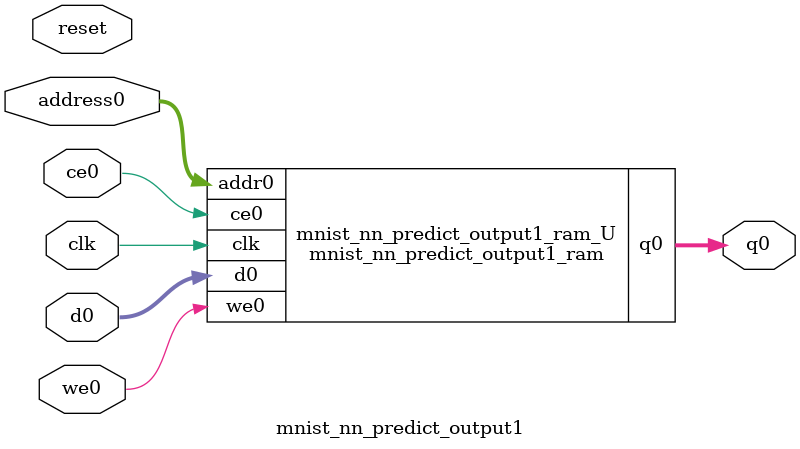
<source format=v>
`timescale 1 ns / 1 ps
module mnist_nn_predict_output1_ram (addr0, ce0, d0, we0, q0,  clk);

parameter DWIDTH = 32;
parameter AWIDTH = 6;
parameter MEM_SIZE = 64;

input[AWIDTH-1:0] addr0;
input ce0;
input[DWIDTH-1:0] d0;
input we0;
output reg[DWIDTH-1:0] q0;
input clk;

(* ram_style = "block" *)reg [DWIDTH-1:0] ram[0:MEM_SIZE-1];




always @(posedge clk)  
begin 
    if (ce0) 
    begin
        if (we0) 
        begin 
            ram[addr0] <= d0; 
        end 
        q0 <= ram[addr0];
    end
end


endmodule

`timescale 1 ns / 1 ps
module mnist_nn_predict_output1(
    reset,
    clk,
    address0,
    ce0,
    we0,
    d0,
    q0);

parameter DataWidth = 32'd32;
parameter AddressRange = 32'd64;
parameter AddressWidth = 32'd6;
input reset;
input clk;
input[AddressWidth - 1:0] address0;
input ce0;
input we0;
input[DataWidth - 1:0] d0;
output[DataWidth - 1:0] q0;



mnist_nn_predict_output1_ram mnist_nn_predict_output1_ram_U(
    .clk( clk ),
    .addr0( address0 ),
    .ce0( ce0 ),
    .we0( we0 ),
    .d0( d0 ),
    .q0( q0 ));

endmodule


</source>
